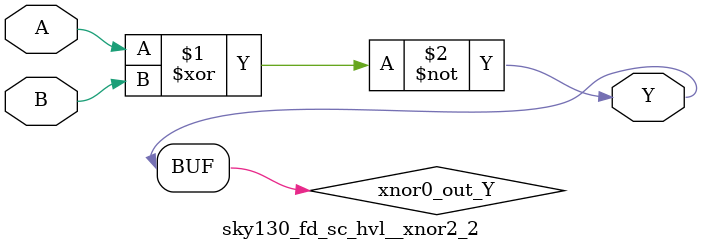
<source format=v>
module sky130_fd_sc_hvl__xnor2_2 (
    Y,
    A,
    B
);
    output Y;
    input  A;
    input  B;
    wire xnor0_out_Y;
    xnor xnor0 (xnor0_out_Y, A, B           );
    buf  buf0  (Y          , xnor0_out_Y    );
endmodule
</source>
